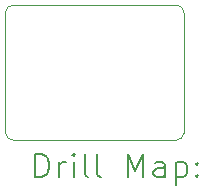
<source format=gbr>
%TF.GenerationSoftware,KiCad,Pcbnew,6.0.7-f9a2dced07~116~ubuntu20.04.1*%
%TF.CreationDate,2022-09-17T14:00:31-07:00*%
%TF.ProjectId,CAN_terminator,43414e5f-7465-4726-9d69-6e61746f722e,rev?*%
%TF.SameCoordinates,Original*%
%TF.FileFunction,Drillmap*%
%TF.FilePolarity,Positive*%
%FSLAX45Y45*%
G04 Gerber Fmt 4.5, Leading zero omitted, Abs format (unit mm)*
G04 Created by KiCad (PCBNEW 6.0.7-f9a2dced07~116~ubuntu20.04.1) date 2022-09-17 14:00:31*
%MOMM*%
%LPD*%
G01*
G04 APERTURE LIST*
%ADD10C,0.100000*%
%ADD11C,0.200000*%
G04 APERTURE END LIST*
D10*
X15989300Y-12382500D02*
G75*
G03*
X16052800Y-12319000I0J63500D01*
G01*
X14605000Y-11239500D02*
G75*
G03*
X14541500Y-11303000I0J-63500D01*
G01*
X14541500Y-11303000D02*
X14541500Y-12319000D01*
X16052800Y-11303000D02*
X16052800Y-12319000D01*
X14605000Y-12382500D02*
X15989300Y-12382500D01*
X14541500Y-12319000D02*
G75*
G03*
X14605000Y-12382500I63500J0D01*
G01*
X14605000Y-11239500D02*
X15989300Y-11239500D01*
X16052800Y-11303000D02*
G75*
G03*
X15989300Y-11239500I-63500J0D01*
G01*
D11*
X14794119Y-12697976D02*
X14794119Y-12497976D01*
X14841738Y-12497976D01*
X14870309Y-12507500D01*
X14889357Y-12526548D01*
X14898881Y-12545595D01*
X14908405Y-12583690D01*
X14908405Y-12612262D01*
X14898881Y-12650357D01*
X14889357Y-12669405D01*
X14870309Y-12688452D01*
X14841738Y-12697976D01*
X14794119Y-12697976D01*
X14994119Y-12697976D02*
X14994119Y-12564643D01*
X14994119Y-12602738D02*
X15003643Y-12583690D01*
X15013167Y-12574167D01*
X15032214Y-12564643D01*
X15051262Y-12564643D01*
X15117928Y-12697976D02*
X15117928Y-12564643D01*
X15117928Y-12497976D02*
X15108405Y-12507500D01*
X15117928Y-12517024D01*
X15127452Y-12507500D01*
X15117928Y-12497976D01*
X15117928Y-12517024D01*
X15241738Y-12697976D02*
X15222690Y-12688452D01*
X15213167Y-12669405D01*
X15213167Y-12497976D01*
X15346500Y-12697976D02*
X15327452Y-12688452D01*
X15317928Y-12669405D01*
X15317928Y-12497976D01*
X15575071Y-12697976D02*
X15575071Y-12497976D01*
X15641738Y-12640833D01*
X15708405Y-12497976D01*
X15708405Y-12697976D01*
X15889357Y-12697976D02*
X15889357Y-12593214D01*
X15879833Y-12574167D01*
X15860786Y-12564643D01*
X15822690Y-12564643D01*
X15803643Y-12574167D01*
X15889357Y-12688452D02*
X15870309Y-12697976D01*
X15822690Y-12697976D01*
X15803643Y-12688452D01*
X15794119Y-12669405D01*
X15794119Y-12650357D01*
X15803643Y-12631309D01*
X15822690Y-12621786D01*
X15870309Y-12621786D01*
X15889357Y-12612262D01*
X15984595Y-12564643D02*
X15984595Y-12764643D01*
X15984595Y-12574167D02*
X16003643Y-12564643D01*
X16041738Y-12564643D01*
X16060786Y-12574167D01*
X16070309Y-12583690D01*
X16079833Y-12602738D01*
X16079833Y-12659881D01*
X16070309Y-12678928D01*
X16060786Y-12688452D01*
X16041738Y-12697976D01*
X16003643Y-12697976D01*
X15984595Y-12688452D01*
X16165548Y-12678928D02*
X16175071Y-12688452D01*
X16165548Y-12697976D01*
X16156024Y-12688452D01*
X16165548Y-12678928D01*
X16165548Y-12697976D01*
X16165548Y-12574167D02*
X16175071Y-12583690D01*
X16165548Y-12593214D01*
X16156024Y-12583690D01*
X16165548Y-12574167D01*
X16165548Y-12593214D01*
M02*

</source>
